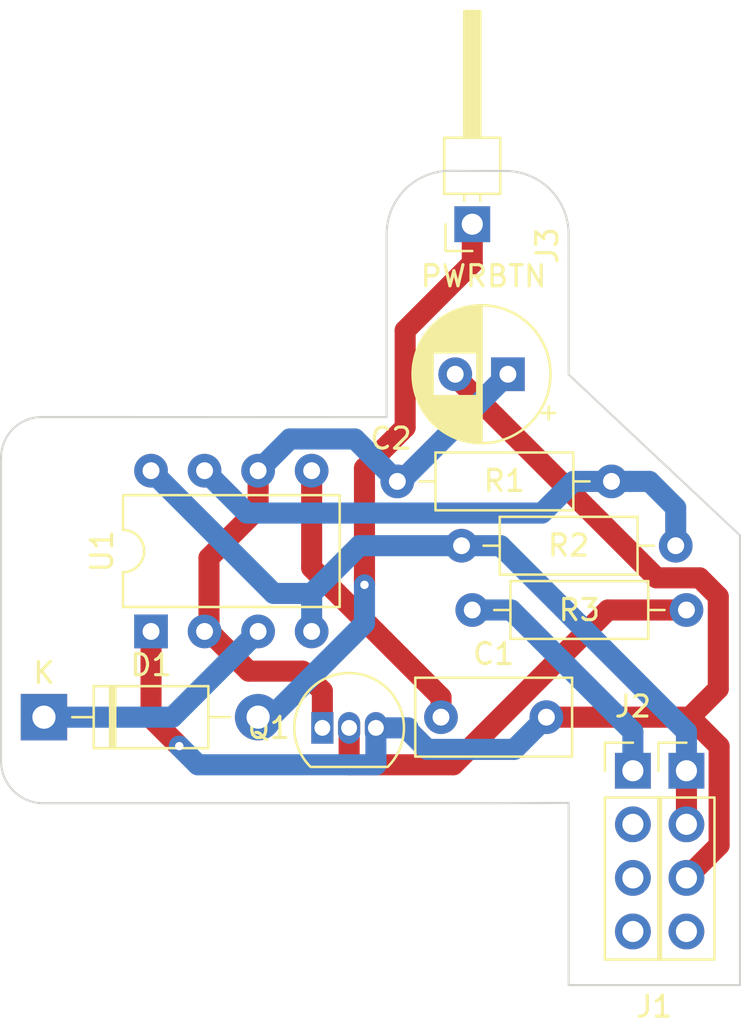
<source format=kicad_pcb>
(kicad_pcb (version 20221018) (generator pcbnew)
  (layers (0 "F.Cu" signal) (31 "B.Cu" signal) (34 "B.Paste" user) (35 "F.Paste" user) (36 "B.SilkS" user "B.Silkscreen") (37 "F.SilkS" user "F.Silkscreen") (38 "B.Mask" user) (39 "F.Mask" user) (44 "Edge.Cuts" user))
  (net 0 "")
  (net 1 "Net-(U1-CV)")
  (net 2 "GND")
  (net 3 "Net-(Q1-C)")
  (net 4 "Net-(D1-K)")
  (net 5 "PWR_BTN")
  (net 6 "5V")
  (net 8 "3V3")
  (net 12 "Net-(Q1-B)")
  (net 13 "Net-(U1-DIS)")
  (footprint "Package_DIP:DIP-8_W7.62mm" (layer "F.Cu") (at 36.068 47.752 90)
    (fp_text reference "U1" (at 3.81 -2.33 90) (layer "F.SilkS"))
    (fp_text value "NE555P")
    (fp_line (start 1.16 -1.33) (end 1.16 8.95) (stroke (width 0.12)) (layer "F.SilkS"))
    (fp_line (start 1.16 8.95) (end 6.46 8.95) (stroke (width 0.12)) (layer "F.SilkS"))
    (fp_line (start 2.81 -1.33) (end 1.16 -1.33) (stroke (width 0.12)) (layer "F.SilkS"))
    (fp_line (start 6.46 -1.33) (end 4.81 -1.33) (stroke (width 0.12)) (layer "F.SilkS"))
    (fp_line (start 6.46 8.95) (end 6.46 -1.33) (stroke (width 0.12)) (layer "F.SilkS"))
    (fp_arc (start 4.81 -1.33) (mid 3.81 -0.33) (end 2.81 -1.33) (stroke (width 0.12)) (layer "F.SilkS"))
    (pad "1" thru_hole rect (at 0 0 90) (size 1.6 1.6) (drill 0.8) (layers "*.Cu" "*.Mask") (net 2 "GND"))
    (pad "2" thru_hole oval (at 0 2.54 90) (size 1.6 1.6) (drill 0.8) (layers "*.Cu" "*.Mask") (net 3 "Net-(Q1-C)"))
    (pad "3" thru_hole oval (at 0 5.08 90) (size 1.6 1.6) (drill 0.8) (layers "*.Cu" "*.Mask") (net 4 "Net-(D1-K)"))
    (pad "4" thru_hole oval (at 0 7.62 90) (size 1.6 1.6) (drill 0.8) (layers "*.Cu" "*.Mask") (net 6 "5V"))
    (pad "5" thru_hole oval (at 7.62 7.62 90) (size 1.6 1.6) (drill 0.8) (layers "*.Cu" "*.Mask") (net 1 "Net-(U1-CV)"))
    (pad "6" thru_hole oval (at 7.62 5.08 90) (size 1.6 1.6) (drill 0.8) (layers "*.Cu" "*.Mask") (net 3 "Net-(Q1-C)"))
    (pad "7" thru_hole oval (at 7.62 2.54 90) (size 1.6 1.6) (drill 0.8) (layers "*.Cu" "*.Mask") (net 13 "Net-(U1-DIS)"))
    (pad "8" thru_hole oval (at 7.62 0 90) (size 1.6 1.6) (drill 0.8) (layers "*.Cu" "*.Mask") (net 6 "5V"))
  )
  (footprint "Connector_PinHeader_2.54mm:PinHeader_1x04_P2.54mm_Vertical" (layer "F.Cu") (at 58.928 54.356)
    (fp_text reference "J2" (at 0 -3.048) (layer "F.SilkS"))
    (fp_text value "Conn_01x04_Pin")
    (fp_line (start -1.33 -1.33) (end 0 -1.33) (stroke (width 0.12)) (layer "F.SilkS"))
    (fp_line (start -1.33 0) (end -1.33 -1.33) (stroke (width 0.12)) (layer "F.SilkS"))
    (fp_line (start -1.33 1.27) (end -1.33 8.95) (stroke (width 0.12)) (layer "F.SilkS"))
    (fp_line (start -1.33 1.27) (end 1.33 1.27) (stroke (width 0.12)) (layer "F.SilkS"))
    (fp_line (start -1.33 8.95) (end 1.33 8.95) (stroke (width 0.12)) (layer "F.SilkS"))
    (fp_line (start 1.33 1.27) (end 1.33 8.95) (stroke (width 0.12)) (layer "F.SilkS"))
    (pad "1" thru_hole rect (at 0 0) (size 1.7 1.7) (drill 1) (layers "*.Cu" "*.Mask") (net 8 "3V3"))
    (pad "2" thru_hole oval (at 0 2.54) (size 1.7 1.7) (drill 1) (layers "*.Cu" "*.Mask"))
    (pad "3" thru_hole oval (at 0 5.08) (size 1.7 1.7) (drill 1) (layers "*.Cu" "*.Mask"))
    (pad "4" thru_hole oval (at 0 7.62) (size 1.7 1.7) (drill 1) (layers "*.Cu" "*.Mask"))
  )
  (footprint "Capacitor_THT:CP_Radial_D6.3mm_P2.50mm" (layer "F.Cu") (at 52.9984 35.56 180)
    (fp_text reference "C2" (at 5.548 -3.048) (layer "F.SilkS"))
    (fp_text value "47u")
    (fp_line (start -2.250241 -1.839) (end -1.620241 -1.839) (stroke (width 0.12)) (layer "F.SilkS"))
    (fp_line (start -1.935241 -2.154) (end -1.935241 -1.524) (stroke (width 0.12)) (layer "F.SilkS"))
    (fp_line (start 1.25 -3.23) (end 1.25 3.23) (stroke (width 0.12)) (layer "F.SilkS"))
    (fp_line (start 1.29 -3.23) (end 1.29 3.23) (stroke (width 0.12)) (layer "F.SilkS"))
    (fp_line (start 1.33 -3.23) (end 1.33 3.23) (stroke (width 0.12)) (layer "F.SilkS"))
    (fp_line (start 1.37 -3.228) (end 1.37 3.228) (stroke (width 0.12)) (layer "F.SilkS"))
    (fp_line (start 1.41 -3.227) (end 1.41 3.227) (stroke (width 0.12)) (layer "F.SilkS"))
    (fp_line (start 1.45 -3.224) (end 1.45 3.224) (stroke (width 0.12)) (layer "F.SilkS"))
    (fp_line (start 1.49 -3.222) (end 1.49 -1.04) (stroke (width 0.12)) (layer "F.SilkS"))
    (fp_line (start 1.49 1.04) (end 1.49 3.222) (stroke (width 0.12)) (layer "F.SilkS"))
    (fp_line (start 1.53 -3.218) (end 1.53 -1.04) (stroke (width 0.12)) (layer "F.SilkS"))
    (fp_line (start 1.53 1.04) (end 1.53 3.218) (stroke (width 0.12)) (layer "F.SilkS"))
    (fp_line (start 1.57 -3.215) (end 1.57 -1.04) (stroke (width 0.12)) (layer "F.SilkS"))
    (fp_line (start 1.57 1.04) (end 1.57 3.215) (stroke (width 0.12)) (layer "F.SilkS"))
    (fp_line (start 1.61 -3.211) (end 1.61 -1.04) (stroke (width 0.12)) (layer "F.SilkS"))
    (fp_line (start 1.61 1.04) (end 1.61 3.211) (stroke (width 0.12)) (layer "F.SilkS"))
    (fp_line (start 1.65 -3.206) (end 1.65 -1.04) (stroke (width 0.12)) (layer "F.SilkS"))
    (fp_line (start 1.65 1.04) (end 1.65 3.206) (stroke (width 0.12)) (layer "F.SilkS"))
    (fp_line (start 1.69 -3.201) (end 1.69 -1.04) (stroke (width 0.12)) (layer "F.SilkS"))
    (fp_line (start 1.69 1.04) (end 1.69 3.201) (stroke (width 0.12)) (layer "F.SilkS"))
    (fp_line (start 1.73 -3.195) (end 1.73 -1.04) (stroke (width 0.12)) (layer "F.SilkS"))
    (fp_line (start 1.73 1.04) (end 1.73 3.195) (stroke (width 0.12)) (layer "F.SilkS"))
    (fp_line (start 1.77 -3.189) (end 1.77 -1.04) (stroke (width 0.12)) (layer "F.SilkS"))
    (fp_line (start 1.77 1.04) (end 1.77 3.189) (stroke (width 0.12)) (layer "F.SilkS"))
    (fp_line (start 1.81 -3.182) (end 1.81 -1.04) (stroke (width 0.12)) (layer "F.SilkS"))
    (fp_line (start 1.81 1.04) (end 1.81 3.182) (stroke (width 0.12)) (layer "F.SilkS"))
    (fp_line (start 1.85 -3.175) (end 1.85 -1.04) (stroke (width 0.12)) (layer "F.SilkS"))
    (fp_line (start 1.85 1.04) (end 1.85 3.175) (stroke (width 0.12)) (layer "F.SilkS"))
    (fp_line (start 1.89 -3.167) (end 1.89 -1.04) (stroke (width 0.12)) (layer "F.SilkS"))
    (fp_line (start 1.89 1.04) (end 1.89 3.167) (stroke (width 0.12)) (layer "F.SilkS"))
    (fp_line (start 1.93 -3.159) (end 1.93 -1.04) (stroke (width 0.12)) (layer "F.SilkS"))
    (fp_line (start 1.93 1.04) (end 1.93 3.159) (stroke (width 0.12)) (layer "F.SilkS"))
    (fp_line (start 1.971 -3.15) (end 1.971 -1.04) (stroke (width 0.12)) (layer "F.SilkS"))
    (fp_line (start 1.971 1.04) (end 1.971 3.15) (stroke (width 0.12)) (layer "F.SilkS"))
    (fp_line (start 2.011 -3.141) (end 2.011 -1.04) (stroke (width 0.12)) (layer "F.SilkS"))
    (fp_line (start 2.011 1.04) (end 2.011 3.141) (stroke (width 0.12)) (layer "F.SilkS"))
    (fp_line (start 2.051 -3.131) (end 2.051 -1.04) (stroke (width 0.12)) (layer "F.SilkS"))
    (fp_line (start 2.051 1.04) (end 2.051 3.131) (stroke (width 0.12)) (layer "F.SilkS"))
    (fp_line (start 2.091 -3.121) (end 2.091 -1.04) (stroke (width 0.12)) (layer "F.SilkS"))
    (fp_line (start 2.091 1.04) (end 2.091 3.121) (stroke (width 0.12)) (layer "F.SilkS"))
    (fp_line (start 2.131 -3.11) (end 2.131 -1.04) (stroke (width 0.12)) (layer "F.SilkS"))
    (fp_line (start 2.131 1.04) (end 2.131 3.11) (stroke (width 0.12)) (layer "F.SilkS"))
    (fp_line (start 2.171 -3.098) (end 2.171 -1.04) (stroke (width 0.12)) (layer "F.SilkS"))
    (fp_line (start 2.171 1.04) (end 2.171 3.098) (stroke (width 0.12)) (layer "F.SilkS"))
    (fp_line (start 2.211 -3.086) (end 2.211 -1.04) (stroke (width 0.12)) (layer "F.SilkS"))
    (fp_line (start 2.211 1.04) (end 2.211 3.086) (stroke (width 0.12)) (layer "F.SilkS"))
    (fp_line (start 2.251 -3.074) (end 2.251 -1.04) (stroke (width 0.12)) (layer "F.SilkS"))
    (fp_line (start 2.251 1.04) (end 2.251 3.074) (stroke (width 0.12)) (layer "F.SilkS"))
    (fp_line (start 2.291 -3.061) (end 2.291 -1.04) (stroke (width 0.12)) (layer "F.SilkS"))
    (fp_line (start 2.291 1.04) (end 2.291 3.061) (stroke (width 0.12)) (layer "F.SilkS"))
    (fp_line (start 2.331 -3.047) (end 2.331 -1.04) (stroke (width 0.12)) (layer "F.SilkS"))
    (fp_line (start 2.331 1.04) (end 2.331 3.047) (stroke (width 0.12)) (layer "F.SilkS"))
    (fp_line (start 2.371 -3.033) (end 2.371 -1.04) (stroke (width 0.12)) (layer "F.SilkS"))
    (fp_line (start 2.371 1.04) (end 2.371 3.033) (stroke (width 0.12)) (layer "F.SilkS"))
    (fp_line (start 2.411 -3.018) (end 2.411 -1.04) (stroke (width 0.12)) (layer "F.SilkS"))
    (fp_line (start 2.411 1.04) (end 2.411 3.018) (stroke (width 0.12)) (layer "F.SilkS"))
    (fp_line (start 2.451 -3.002) (end 2.451 -1.04) (stroke (width 0.12)) (layer "F.SilkS"))
    (fp_line (start 2.451 1.04) (end 2.451 3.002) (stroke (width 0.12)) (layer "F.SilkS"))
    (fp_line (start 2.491 -2.986) (end 2.491 -1.04) (stroke (width 0.12)) (layer "F.SilkS"))
    (fp_line (start 2.491 1.04) (end 2.491 2.986) (stroke (width 0.12)) (layer "F.SilkS"))
    (fp_line (start 2.531 -2.97) (end 2.531 -1.04) (stroke (width 0.12)) (layer "F.SilkS"))
    (fp_line (start 2.531 1.04) (end 2.531 2.97) (stroke (width 0.12)) (layer "F.SilkS"))
    (fp_line (start 2.571 -2.952) (end 2.571 -1.04) (stroke (width 0.12)) (layer "F.SilkS"))
    (fp_line (start 2.571 1.04) (end 2.571 2.952) (stroke (width 0.12)) (layer "F.SilkS"))
    (fp_line (start 2.611 -2.934) (end 2.611 -1.04) (stroke (width 0.12)) (layer "F.SilkS"))
    (fp_line (start 2.611 1.04) (end 2.611 2.934) (stroke (width 0.12)) (layer "F.SilkS"))
    (fp_line (start 2.651 -2.916) (end 2.651 -1.04) (stroke (width 0.12)) (layer "F.SilkS"))
    (fp_line (start 2.651 1.04) (end 2.651 2.916) (stroke (width 0.12)) (layer "F.SilkS"))
    (fp_line (start 2.691 -2.896) (end 2.691 -1.04) (stroke (width 0.12)) (layer "F.SilkS"))
    (fp_line (start 2.691 1.04) (end 2.691 2.896) (stroke (width 0.12)) (layer "F.SilkS"))
    (fp_line (start 2.731 -2.876) (end 2.731 -1.04) (stroke (width 0.12)) (layer "F.SilkS"))
    (fp_line (start 2.731 1.04) (end 2.731 2.876) (stroke (width 0.12)) (layer "F.SilkS"))
    (fp_line (start 2.771 -2.856) (end 2.771 -1.04) (stroke (width 0.12)) (layer "F.SilkS"))
    (fp_line (start 2.771 1.04) (end 2.771 2.856) (stroke (width 0.12)) (layer "F.SilkS"))
    (fp_line (start 2.811 -2.834) (end 2.811 -1.04) (stroke (width 0.12)) (layer "F.SilkS"))
    (fp_line (start 2.811 1.04) (end 2.811 2.834) (stroke (width 0.12)) (layer "F.SilkS"))
    (fp_line (start 2.851 -2.812) (end 2.851 -1.04) (stroke (width 0.12)) (layer "F.SilkS"))
    (fp_line (start 2.851 1.04) (end 2.851 2.812) (stroke (width 0.12)) (layer "F.SilkS"))
    (fp_line (start 2.891 -2.79) (end 2.891 -1.04) (stroke (width 0.12)) (layer "F.SilkS"))
    (fp_line (start 2.891 1.04) (end 2.891 2.79) (stroke (width 0.12)) (layer "F.SilkS"))
    (fp_line (start 2.931 -2.766) (end 2.931 -1.04) (stroke (width 0.12)) (layer "F.SilkS"))
    (fp_line (start 2.931 1.04) (end 2.931 2.766) (stroke (width 0.12)) (layer "F.SilkS"))
    (fp_line (start 2.971 -2.742) (end 2.971 -1.04) (stroke (width 0.12)) (layer "F.SilkS"))
    (fp_line (start 2.971 1.04) (end 2.971 2.742) (stroke (width 0.12)) (layer "F.SilkS"))
    (fp_line (start 3.011 -2.716) (end 3.011 -1.04) (stroke (width 0.12)) (layer "F.SilkS"))
    (fp_line (start 3.011 1.04) (end 3.011 2.716) (stroke (width 0.12)) (layer "F.SilkS"))
    (fp_line (start 3.051 -2.69) (end 3.051 -1.04) (stroke (width 0.12)) (layer "F.SilkS"))
    (fp_line (start 3.051 1.04) (end 3.051 2.69) (stroke (width 0.12)) (layer "F.SilkS"))
    (fp_line (start 3.091 -2.664) (end 3.091 -1.04) (stroke (width 0.12)) (layer "F.SilkS"))
    (fp_line (start 3.091 1.04) (end 3.091 2.664) (stroke (width 0.12)) (layer "F.SilkS"))
    (fp_line (start 3.131 -2.636) (end 3.131 -1.04) (stroke (width 0.12)) (layer "F.SilkS"))
    (fp_line (start 3.131 1.04) (end 3.131 2.636) (stroke (width 0.12)) (layer "F.SilkS"))
    (fp_line (start 3.171 -2.607) (end 3.171 -1.04) (stroke (width 0.12)) (layer "F.SilkS"))
    (fp_line (start 3.171 1.04) (end 3.171 2.607) (stroke (width 0.12)) (layer "F.SilkS"))
    (fp_line (start 3.211 -2.578) (end 3.211 -1.04) (stroke (width 0.12)) (layer "F.SilkS"))
    (fp_line (start 3.211 1.04) (end 3.211 2.578) (stroke (width 0.12)) (layer "F.SilkS"))
    (fp_line (start 3.251 -2.548) (end 3.251 -1.04) (stroke (width 0.12)) (layer "F.SilkS"))
    (fp_line (start 3.251 1.04) (end 3.251 2.548) (stroke (width 0.12)) (layer "F.SilkS"))
    (fp_line (start 3.291 -2.516) (end 3.291 -1.04) (stroke (width 0.12)) (layer "F.SilkS"))
    (fp_line (start 3.291 1.04) (end 3.291 2.516) (stroke (width 0.12)) (layer "F.SilkS"))
    (fp_line (start 3.331 -2.484) (end 3.331 -1.04) (stroke (width 0.12)) (layer "F.SilkS"))
    (fp_line (start 3.331 1.04) (end 3.331 2.484) (stroke (width 0.12)) (layer "F.SilkS"))
    (fp_line (start 3.371 -2.45) (end 3.371 -1.04) (stroke (width 0.12)) (layer "F.SilkS"))
    (fp_line (start 3.371 1.04) (end 3.371 2.45) (stroke (width 0.12)) (layer "F.SilkS"))
    (fp_line (start 3.411 -2.416) (end 3.411 -1.04) (stroke (width 0.12)) (layer "F.SilkS"))
    (fp_line (start 3.411 1.04) (end 3.411 2.416) (stroke (width 0.12)) (layer "F.SilkS"))
    (fp_line (start 3.451 -2.38) (end 3.451 -1.04) (stroke (width 0.12)) (layer "F.SilkS"))
    (fp_line (start 3.451 1.04) (end 3.451 2.38) (stroke (width 0.12)) (layer "F.SilkS"))
    (fp_line (start 3.491 -2.343) (end 3.491 -1.04) (stroke (width 0.12)) (layer "F.SilkS"))
    (fp_line (start 3.491 1.04) (end 3.491 2.343) (stroke (width 0.12)) (layer "F.SilkS"))
    (fp_line (start 3.531 -2.305) (end 3.531 -1.04) (stroke (width 0.12)) (layer "F.SilkS"))
    (fp_line (start 3.531 1.04) (end 3.531 2.305) (stroke (width 0.12)) (layer "F.SilkS"))
    (fp_line (start 3.571 -2.265) (end 3.571 2.265) (stroke (width 0.12)) (layer "F.SilkS"))
    (fp_line (start 3.611 -2.224) (end 3.611 2.224) (stroke (width 0.12)) (layer "F.SilkS"))
    (fp_line (start 3.651 -2.182) (end 3.651 2.182) (stroke (width 0.12)) (layer "F.SilkS"))
    (fp_line (start 3.691 -2.137) (end 3.691 2.137) (stroke (width 0.12)) (layer "F.SilkS"))
    (fp_line (start 3.731 -2.092) (end 3.731 2.092) (stroke (width 0.12)) (layer "F.SilkS"))
    (fp_line (start 3.771 -2.044) (end 3.771 2.044) (stroke (width 0.12)) (layer "F.SilkS"))
    (fp_line (start 3.811 -1.995) (end 3.811 1.995) (stroke (width 0.12)) (layer "F.SilkS"))
    (fp_line (start 3.851 -1.944) (end 3.851 1.944) (stroke (width 0.12)) (layer "F.SilkS"))
    (fp_line (start 3.891 -1.89) (end 3.891 1.89) (stroke (width 0.12)) (layer "F.SilkS"))
    (fp_line (start 3.931 -1.834) (end 3.931 1.834) (stroke (width 0.12)) (layer "F.SilkS"))
    (fp_line (start 3.971 -1.776) (end 3.971 1.776) (stroke (width 0.12)) (layer "F.SilkS"))
    (fp_line (start 4.011 -1.714) (end 4.011 1.714) (stroke (width 0.12)) (layer "F.SilkS"))
    (fp_line (start 4.051 -1.65) (end 4.051 1.65) (stroke (width 0.12)) (layer "F.SilkS"))
    (fp_line (start 4.091 -1.581) (end 4.091 1.581) (stroke (width 0.12)) (layer "F.SilkS"))
    (fp_line (start 4.131 -1.509) (end 4.131 1.509) (stroke (width 0.12)) (layer "F.SilkS"))
    (fp_line (start 4.171 -1.432) (end 4.171 1.432) (stroke (width 0.12)) (layer "F.SilkS"))
    (fp_line (start 4.211 -1.35) (end 4.211 1.35) (stroke (width 0.12)) (layer "F.SilkS"))
    (fp_line (start 4.251 -1.262) (end 4.251 1.262) (stroke (width 0.12)) (layer "F.SilkS"))
    (fp_line (start 4.291 -1.165) (end 4.291 1.165) (stroke (width 0.12)) (layer "F.SilkS"))
    (fp_line (start 4.331 -1.059) (end 4.331 1.059) (stroke (width 0.12)) (layer "F.SilkS"))
    (fp_line (start 4.371 -0.94) (end 4.371 0.94) (stroke (width 0.12)) (layer "F.SilkS"))
    (fp_line (start 4.411 -0.802) (end 4.411 0.802) (stroke (width 0.12)) (layer "F.SilkS"))
    (fp_line (start 4.451 -0.633) (end 4.451 0.633) (stroke (width 0.12)) (layer "F.SilkS"))
    (fp_line (start 4.491 -0.402) (end 4.491 0.402) (stroke (width 0.12)) (layer "F.SilkS"))
    (fp_circle (center 1.25 0) (end 4.52 0) (stroke (width 0.12)) (fill none) (layer "F.SilkS"))
    (pad "1" thru_hole rect (at 0 0 180) (size 1.6 1.6) (drill 0.8) (layers "*.Cu" "*.Mask") (net 3 "Net-(Q1-C)"))
    (pad "2" thru_hole circle (at 2.5 0 180) (size 1.6 1.6) (drill 0.8) (layers "*.Cu" "*.Mask") (net 2 "GND"))
  )
  (footprint "Connector_PinHeader_2.54mm:PinHeader_1x01_P2.54mm_Horizontal" (layer "F.Cu") (at 51.308 28.448 90)
    (fp_text reference "J3" (at -1.016 3.556 90) (layer "F.SilkS"))
    (fp_text value "Conn_01x01_Pin")
    (fp_line (start -1.27 -1.27) (end 0 -1.27) (stroke (width 0.12)) (layer "F.SilkS"))
    (fp_line (start -1.27 0) (end -1.27 -1.27) (stroke (width 0.12)) (layer "F.SilkS"))
    (fp_line (start 1.11 -0.38) (end 1.44 -0.38) (stroke (width 0.12)) (layer "F.SilkS"))
    (fp_line (start 1.11 0.38) (end 1.44 0.38) (stroke (width 0.12)) (layer "F.SilkS"))
    (fp_line (start 1.44 -1.33) (end 1.44 1.33) (stroke (width 0.12)) (layer "F.SilkS"))
    (fp_line (start 1.44 1.33) (end 4.1 1.33) (stroke (width 0.12)) (layer "F.SilkS"))
    (fp_line (start 4.1 -1.33) (end 1.44 -1.33) (stroke (width 0.12)) (layer "F.SilkS"))
    (fp_line (start 4.1 -0.38) (end 10.1 -0.38) (stroke (width 0.12)) (layer "F.SilkS"))
    (fp_line (start 4.1 -0.32) (end 10.1 -0.32) (stroke (width 0.12)) (layer "F.SilkS"))
    (fp_line (start 4.1 -0.2) (end 10.1 -0.2) (stroke (width 0.12)) (layer "F.SilkS"))
    (fp_line (start 4.1 -0.08) (end 10.1 -0.08) (stroke (width 0.12)) (layer "F.SilkS"))
    (fp_line (start 4.1 0.04) (end 10.1 0.04) (stroke (width 0.12)) (layer "F.SilkS"))
    (fp_line (start 4.1 0.16) (end 10.1 0.16) (stroke (width 0.12)) (layer "F.SilkS"))
    (fp_line (start 4.1 0.28) (end 10.1 0.28) (stroke (width 0.12)) (layer "F.SilkS"))
    (fp_line (start 4.1 1.33) (end 4.1 -1.33) (stroke (width 0.12)) (layer "F.SilkS"))
    (fp_line (start 10.1 -0.38) (end 10.1 0.38) (stroke (width 0.12)) (layer "F.SilkS"))
    (fp_line (start 10.1 0.38) (end 4.1 0.38) (stroke (width 0.12)) (layer "F.SilkS"))
    (pad "1" thru_hole rect (at 0 0 90) (size 1.7 1.7) (drill 1) (layers "*.Cu" "*.Mask") (net 5 "PWR_BTN"))
  )
  (footprint "Capacitor_THT:C_Rect_L7.2mm_W3.5mm_P5.00mm_FKS2_FKP2_MKS2_MKP2" (layer "F.Cu") (at 49.824 51.816)
    (fp_text reference "C1" (at 2.5 -3) (layer "F.SilkS"))
    (fp_text value "10nF")
    (fp_line (start -1.22 -1.87) (end -1.22 1.87) (stroke (width 0.12)) (layer "F.SilkS"))
    (fp_line (start -1.22 -1.87) (end 6.22 -1.87) (stroke (width 0.12)) (layer "F.SilkS"))
    (fp_line (start -1.22 1.87) (end 6.22 1.87) (stroke (width 0.12)) (layer "F.SilkS"))
    (fp_line (start 6.22 -1.87) (end 6.22 1.87) (stroke (width 0.12)) (layer "F.SilkS"))
    (pad "1" thru_hole circle (at 0 0) (size 1.6 1.6) (drill 0.8) (layers "*.Cu" "*.Mask") (net 1 "Net-(U1-CV)"))
    (pad "2" thru_hole circle (at 5 0) (size 1.6 1.6) (drill 0.8) (layers "*.Cu" "*.Mask") (net 2 "GND"))
  )
  (footprint "Package_TO_SOT_THT:TO-92_Inline" (layer "F.Cu") (at 44.196 52.324)
    (fp_text reference "Q1" (at -2.54 0) (layer "F.SilkS"))
    (fp_text value "BC547")
    (fp_line (start -0.53 1.85) (end 3.07 1.85) (stroke (width 0.12)) (layer "F.SilkS"))
    (fp_arc (start -0.568478 1.838478) (mid -1.132087 -0.994977) (end 1.27 -2.6) (stroke (width 0.12)) (layer "F.SilkS"))
    (fp_arc (start 1.27 -2.6) (mid 3.672087 -0.994977) (end 3.108478 1.838478) (stroke (width 0.12)) (layer "F.SilkS"))
    (pad "1" thru_hole rect (at 0 0) (size 1.05 1.5) (drill 0.75) (layers "*.Cu" "*.Mask") (net 3 "Net-(Q1-C)"))
    (pad "2" thru_hole oval (at 1.27 0) (size 1.05 1.5) (drill 0.75) (layers "*.Cu" "*.Mask") (net 12 "Net-(Q1-B)"))
    (pad "3" thru_hole oval (at 2.54 0) (size 1.05 1.5) (drill 0.75) (layers "*.Cu" "*.Mask") (net 2 "GND"))
  )
  (footprint "Resistor_THT:R_Axial_DIN0207_L6.3mm_D2.5mm_P10.16mm_Horizontal" (layer "F.Cu") (at 50.8 43.688)
    (fp_text reference "R2" (at 5.08 -0.014) (layer "F.SilkS"))
    (fp_text value "100K")
    (fp_line (start 1.04 0) (end 1.81 0) (stroke (width 0.12)) (layer "F.SilkS"))
    (fp_line (start 1.81 -1.37) (end 1.81 1.37) (stroke (width 0.12)) (layer "F.SilkS"))
    (fp_line (start 1.81 1.37) (end 8.35 1.37) (stroke (width 0.12)) (layer "F.SilkS"))
    (fp_line (start 8.35 -1.37) (end 1.81 -1.37) (stroke (width 0.12)) (layer "F.SilkS"))
    (fp_line (start 8.35 1.37) (end 8.35 -1.37) (stroke (width 0.12)) (layer "F.SilkS"))
    (fp_line (start 9.12 0) (end 8.35 0) (stroke (width 0.12)) (layer "F.SilkS"))
    (pad "1" thru_hole circle (at 0 0) (size 1.6 1.6) (drill 0.8) (layers "*.Cu" "*.Mask") (net 6 "5V"))
    (pad "2" thru_hole oval (at 10.16 0) (size 1.6 1.6) (drill 0.8) (layers "*.Cu" "*.Mask") (net 13 "Net-(U1-DIS)"))
  )
  (footprint "Diode_THT:D_DO-41_SOD81_P10.16mm_Horizontal" (layer "F.Cu") (at 30.988 51.816)
    (fp_text reference "D1" (at 5.08 -2.47) (layer "F.SilkS"))
    (fp_text value "1N4007")
    (fp_text user "K" (at 0 -2.1) (layer "F.SilkS"))
    (fp_line (start 1.34 0) (end 2.36 0) (stroke (width 0.12)) (layer "F.SilkS"))
    (fp_line (start 2.36 -1.47) (end 2.36 1.47) (stroke (width 0.12)) (layer "F.SilkS"))
    (fp_line (start 2.36 1.47) (end 7.8 1.47) (stroke (width 0.12)) (layer "F.SilkS"))
    (fp_line (start 3.14 -1.47) (end 3.14 1.47) (stroke (width 0.12)) (layer "F.SilkS"))
    (fp_line (start 3.26 -1.47) (end 3.26 1.47) (stroke (width 0.12)) (layer "F.SilkS"))
    (fp_line (start 3.38 -1.47) (end 3.38 1.47) (stroke (width 0.12)) (layer "F.SilkS"))
    (fp_line (start 7.8 -1.47) (end 2.36 -1.47) (stroke (width 0.12)) (layer "F.SilkS"))
    (fp_line (start 7.8 1.47) (end 7.8 -1.47) (stroke (width 0.12)) (layer "F.SilkS"))
    (fp_line (start 8.82 0) (end 7.8 0) (stroke (width 0.12)) (layer "F.SilkS"))
    (pad "1" thru_hole rect (at 0 0) (size 2.2 2.2) (drill 1.1) (layers "*.Cu" "*.Mask") (net 4 "Net-(D1-K)"))
    (pad "2" thru_hole oval (at 10.16 0) (size 2.2 2.2) (drill 1.1) (layers "*.Cu" "*.Mask") (net 5 "PWR_BTN"))
  )
  (footprint "Connector_PinHeader_2.54mm:PinHeader_1x04_P2.54mm_Vertical" (layer "F.Cu") (at 61.468 54.356)
    (fp_text reference "J1" (at -1.524 11.176) (layer "F.SilkS"))
    (fp_text value "Conn_01x04_Pin")
    (fp_line (start -1.33 -1.33) (end 0 -1.33) (stroke (width 0.12)) (layer "F.SilkS"))
    (fp_line (start -1.33 0) (end -1.33 -1.33) (stroke (width 0.12)) (layer "F.SilkS"))
    (fp_line (start -1.33 1.27) (end -1.33 8.95) (stroke (width 0.12)) (layer "F.SilkS"))
    (fp_line (start -1.33 1.27) (end 1.33 1.27) (stroke (width 0.12)) (layer "F.SilkS"))
    (fp_line (start -1.33 8.95) (end 1.33 8.95) (stroke (width 0.12)) (layer "F.SilkS"))
    (fp_line (start 1.33 1.27) (end 1.33 8.95) (stroke (width 0.12)) (layer "F.SilkS"))
    (pad "1" thru_hole rect (at 0 0) (size 1.7 1.7) (drill 1) (layers "*.Cu" "*.Mask") (net 6 "5V"))
    (pad "2" thru_hole oval (at 0 2.54) (size 1.7 1.7) (drill 1) (layers "*.Cu" "*.Mask") (net 6 "5V"))
    (pad "3" thru_hole oval (at 0 5.08) (size 1.7 1.7) (drill 1) (layers "*.Cu" "*.Mask") (net 2 "GND"))
    (pad "4" thru_hole oval (at 0 7.62) (size 1.7 1.7) (drill 1) (layers "*.Cu" "*.Mask"))
  )
  (footprint "Resistor_THT:R_Axial_DIN0207_L6.3mm_D2.5mm_P10.16mm_Horizontal" (layer "F.Cu") (at 47.752 40.64)
    (fp_text reference "R1" (at 5.08 -0.028) (layer "F.SilkS"))
    (fp_text value "47K")
    (fp_line (start 1.04 0) (end 1.81 0) (stroke (width 0.12)) (layer "F.SilkS"))
    (fp_line (start 1.81 -1.37) (end 1.81 1.37) (stroke (width 0.12)) (layer "F.SilkS"))
    (fp_line (start 1.81 1.37) (end 8.35 1.37) (stroke (width 0.12)) (layer "F.SilkS"))
    (fp_line (start 8.35 -1.37) (end 1.81 -1.37) (stroke (width 0.12)) (layer "F.SilkS"))
    (fp_line (start 8.35 1.37) (end 8.35 -1.37) (stroke (width 0.12)) (layer "F.SilkS"))
    (fp_line (start 9.12 0) (end 8.35 0) (stroke (width 0.12)) (layer "F.SilkS"))
    (pad "1" thru_hole circle (at 0 0) (size 1.6 1.6) (drill 0.8) (layers "*.Cu" "*.Mask") (net 3 "Net-(Q1-C)"))
    (pad "2" thru_hole oval (at 10.16 0) (size 1.6 1.6) (drill 0.8) (layers "*.Cu" "*.Mask") (net 13 "Net-(U1-DIS)"))
  )
  (footprint "Resistor_THT:R_Axial_DIN0207_L6.3mm_D2.5mm_P10.16mm_Horizontal" (layer "F.Cu") (at 51.308 46.736)
    (fp_text reference "R3" (at 5.08 0) (layer "F.SilkS"))
    (fp_text value "200")
    (fp_line (start 1.04 0) (end 1.81 0) (stroke (width 0.12)) (layer "F.SilkS"))
    (fp_line (start 1.81 -1.37) (end 1.81 1.37) (stroke (width 0.12)) (layer "F.SilkS"))
    (fp_line (start 1.81 1.37) (end 8.35 1.37) (stroke (width 0.12)) (layer "F.SilkS"))
    (fp_line (start 8.35 -1.37) (end 1.81 -1.37) (stroke (width 0.12)) (layer "F.SilkS"))
    (fp_line (start 8.35 1.37) (end 8.35 -1.37) (stroke (width 0.12)) (layer "F.SilkS"))
    (fp_line (start 9.12 0) (end 8.35 0) (stroke (width 0.12)) (layer "F.SilkS"))
    (pad "1" thru_hole circle (at 0 0) (size 1.6 1.6) (drill 0.8) (layers "*.Cu" "*.Mask") (net 8 "3V3"))
    (pad "2" thru_hole oval (at 10.16 0) (size 1.6 1.6) (drill 0.8) (layers "*.Cu" "*.Mask") (net 12 "Net-(Q1-B)"))
  )
  (gr_line (start 52.324 55.8951) (end 30.956 55.8951) (stroke (width 0.1)) (layer "Edge.Cuts"))
  (gr_arc (start 28.956 39.624) (mid 29.478511 38.192174) (end 30.878213 37.588868) (stroke (width 0.1)) (layer "Edge.Cuts"))
  (gr_line (start 47.244 30.9231) (end 47.244 28.917074) (stroke (width 0.1)) (layer "Edge.Cuts"))
  (gr_arc (start 47.244 28.917074) (mid 48.125894 26.79257) (end 50.25306 25.917087) (stroke (width 0.1)) (layer "Edge.Cuts"))
  (gr_line (start 52.244 25.9231) (end 52.88 25.9231) (stroke (width 0.1)) (layer "Edge.Cuts"))
  (gr_line (start 47.244 30.9231) (end 47.244 31.496) (stroke (width 0.1)) (layer "Edge.Cuts"))
  (gr_line (start 55.88 64.516) (end 64.008 64.516) (stroke (width 0.1)) (layer "Edge.Cuts"))
  (gr_arc (start 30.956 55.8951) (mid 29.541786 55.309314) (end 28.956 53.8951) (stroke (width 0.1)) (layer "Edge.Cuts"))
  (gr_line (start 55.88 55.88) (end 55.88 64.516) (stroke (width 0.1)) (layer "Edge.Cuts"))
  (gr_line (start 47.244 31.496) (end 47.244 37.592) (stroke (width 0.1)) (layer "Edge.Cuts"))
  (gr_line (start 50.25306 25.917087) (end 52.244 25.9231) (stroke (width 0.1)) (layer "Edge.Cuts"))
  (gr_line (start 55.88 28.9231) (end 55.88 35.5751) (stroke (width 0.1)) (layer "Edge.Cuts"))
  (gr_line (start 52.324 55.8951) (end 55.88 55.88) (stroke (width 0.1)) (layer "Edge.Cuts"))
  (gr_line (start 47.244 37.592) (end 30.878213 37.588868) (stroke (width 0.1)) (layer "Edge.Cuts"))
  (gr_line (start 64.008 43.1951) (end 64.008 64.516) (stroke (width 0.1)) (layer "Edge.Cuts"))
  (gr_arc (start 52.88 25.9231) (mid 55.00132 26.80178) (end 55.88 28.9231) (stroke (width 0.1)) (layer "Edge.Cuts"))
  (gr_line (start 28.956 53.8951) (end 28.956 39.624) (stroke (width 0.1)) (layer "Edge.Cuts"))
  (gr_line (start 55.88 35.5751) (end 64.008 43.1951) (stroke (width 0.1)) (layer "Edge.Cuts"))
  (gr_text "PWRBTN" (at 48.768 31.496) (layer "F.SilkS") (effects (font (size 1 1)) (justify left bottom)))
  (segment (start 49.824 50.8716) (end 49.824 51.816) (width 1) (layer "F.Cu") (net 1))
  (segment (start 43.688 44.7356) (end 49.824 50.8716) (width 1) (layer "F.Cu") (net 1))
  (segment (start 43.688 40.132) (end 43.688 44.7356) (width 1) (layer "F.Cu") (net 1))
  (segment (start 54.824 51.816) (end 61.6346 51.816) (width 1) (layer "F.Cu") (net 2))
  (segment (start 36.068 47.752) (end 36.068 51.8504) (width 1) (layer "F.Cu") (net 2))
  (segment (start 61.6346 51.816) (end 63.0182 53.1996) (width 1) (layer "F.Cu") (net 2))
  (segment (start 62.9786 46.0983) (end 62.0924 45.2121) (width 1) (layer "F.Cu") (net 2))
  (segment (start 60.0511 45.2121) (end 50.4984 35.6594) (width 1) (layer "F.Cu") (net 2))
  (segment (start 36.068 51.8504) (end 37.4074 53.1898) (width 1) (layer "F.Cu") (net 2))
  (segment (start 62.9786 50.472) (end 62.9786 46.0983) (width 1) (layer "F.Cu") (net 2))
  (segment (start 61.6346 51.816) (end 62.9786 50.472) (width 1) (layer "F.Cu") (net 2))
  (segment (start 63.0182 53.1996) (end 63.0182 57.8858) (width 1) (layer "F.Cu") (net 2))
  (segment (start 63.0182 57.8858) (end 61.468 59.436) (width 1) (layer "F.Cu") (net 2))
  (segment (start 50.4984 35.6594) (end 50.4984 35.56) (width 1) (layer "F.Cu") (net 2))
  (segment (start 62.0924 45.2121) (end 60.0511 45.2121) (width 1) (layer "F.Cu") (net 2))
  (via (at 37.4074 53.1898) (size 0.8) (drill 0.4) (layers "F.Cu" "B.Cu") (net 2))
  (segment (start 53.2969 53.3431) (end 54.824 51.816) (width 1) (layer "B.Cu") (net 2))
  (segment (start 49.173 53.3431) (end 53.2969 53.3431) (width 1) (layer "B.Cu") (net 2))
  (segment (start 46.736 52.324) (end 48.261 52.324) (width 1) (layer "B.Cu") (net 2))
  (segment (start 48.261 52.324) (end 48.261 52.4311) (width 1) (layer "B.Cu") (net 2))
  (segment (start 48.261 52.4311) (end 49.173 53.3431) (width 1) (layer "B.Cu") (net 2))
  (segment (start 46.736 52.324) (end 46.736 54.074) (width 1) (layer "B.Cu") (net 2))
  (segment (start 46.736 54.074) (end 38.2916 54.074) (width 1) (layer "B.Cu") (net 2))
  (segment (start 38.2916 54.074) (end 37.4074 53.1898) (width 1) (layer "B.Cu") (net 2))
  (segment (start 40.6994 49.634) (end 38.8174 47.752) (width 1) (layer "F.Cu") (net 3))
  (segment (start 43.256 49.634) (end 40.6994 49.634) (width 1) (layer "F.Cu") (net 3))
  (segment (start 44.196 50.574) (end 43.256 49.634) (width 1) (layer "F.Cu") (net 3))
  (segment (start 38.8174 47.752) (end 38.608 47.752) (width 1) (layer "F.Cu") (net 3))
  (segment (start 41.148 40.132) (end 41.148 41.932) (width 1) (layer "F.Cu") (net 3))
  (segment (start 38.8174 44.2626) (end 41.148 41.932) (width 1) (layer "F.Cu") (net 3))
  (segment (start 44.196 52.324) (end 44.196 50.574) (width 1) (layer "F.Cu") (net 3))
  (segment (start 38.8174 47.752) (end 38.8174 44.2626) (width 1) (layer "F.Cu") (net 3))
  (segment (start 47.752 40.64) (end 45.7391 38.6271) (width 1) (layer "B.Cu") (net 3))
  (segment (start 45.7391 38.6271) (end 42.6529 38.6271) (width 1) (layer "B.Cu") (net 3))
  (segment (start 47.9184 40.64) (end 47.752 40.64) (width 1) (layer "B.Cu") (net 3))
  (segment (start 52.9984 35.56) (end 47.9184 40.64) (width 1) (layer "B.Cu") (net 3))
  (segment (start 42.6529 38.6271) (end 41.148 40.132) (width 1) (layer "B.Cu") (net 3))
  (segment (start 30.988 51.816) (end 37.084 51.816) (width 1) (layer "B.Cu") (net 4))
  (segment (start 37.084 51.816) (end 41.148 47.752) (width 1) (layer "B.Cu") (net 4))
  (segment (start 51.308 28.448) (end 51.308 30.298) (width 1) (layer "F.Cu") (net 5))
  (segment (start 46.1937 45.5442) (end 46.1937 40.0095) (width 1) (layer "F.Cu") (net 5))
  (segment (start 48.1232 38.08) (end 48.1232 33.4828) (width 1) (layer "F.Cu") (net 5))
  (segment (start 46.1937 40.0095) (end 48.1232 38.08) (width 1) (layer "F.Cu") (net 5))
  (segment (start 48.1232 33.4828) (end 51.308 30.298) (width 1) (layer "F.Cu") (net 5))
  (via (at 46.1937 45.5442) (size 0.8) (drill 0.4) (layers "F.Cu" "B.Cu") (net 5))
  (segment (start 46.1937 47.3714) (end 46.1937 45.5442) (width 1) (layer "B.Cu") (net 5))
  (segment (start 41.148 51.816) (end 41.7491 51.816) (width 1) (layer "B.Cu") (net 5))
  (segment (start 41.7491 51.816) (end 46.1937 47.3714) (width 1) (layer "B.Cu") (net 5))
  (segment (start 61.468 54.356) (end 61.468 56.896) (width 1) (layer "F.Cu") (net 6))
  (segment (start 45.952 43.688) (end 43.688 45.952) (width 1) (layer "B.Cu") (net 6))
  (segment (start 61.468 54.356) (end 61.468 52.506) (width 1) (layer "B.Cu") (net 6))
  (segment (start 52.65 43.688) (end 50.8 43.688) (width 1) (layer "B.Cu") (net 6))
  (segment (start 41.888 45.952) (end 36.068 40.132) (width 1) (layer "B.Cu") (net 6))
  (segment (start 61.468 52.506) (end 52.65 43.688) (width 1) (layer "B.Cu") (net 6))
  (segment (start 50.8 43.688) (end 45.952 43.688) (width 1) (layer "B.Cu") (net 6))
  (segment (start 43.688 45.952) (end 41.888 45.952) (width 1) (layer "B.Cu") (net 6))
  (segment (start 43.688 47.752) (end 43.688 45.952) (width 1) (layer "B.Cu") (net 6))
  (segment (start 58.928 52.506) (end 53.158 46.736) (width 1) (layer "B.Cu") (net 8))
  (segment (start 58.928 54.356) (end 58.928 52.506) (width 1) (layer "B.Cu") (net 8))
  (segment (start 53.158 46.736) (end 51.308 46.736) (width 1) (layer "B.Cu") (net 8))
  (segment (start 45.466 52.324) (end 45.466 54.074) (width 1) (layer "F.Cu") (net 12))
  (segment (start 50.4069 54.074) (end 45.466 54.074) (width 1) (layer "F.Cu") (net 12))
  (segment (start 61.468 46.736) (end 57.7449 46.736) (width 1) (layer "F.Cu") (net 12))
  (segment (start 57.7449 46.736) (end 50.4069 54.074) (width 1) (layer "F.Cu") (net 12))
  (segment (start 60.96 43.688) (end 60.96 41.888) (width 1) (layer "B.Cu") (net 13))
  (segment (start 56.112 40.64) (end 54.6119 42.1401) (width 1) (layer "B.Cu") (net 13))
  (segment (start 40.6161 42.1401) (end 38.608 40.132) (width 1) (layer "B.Cu") (net 13))
  (segment (start 58.812 40.64) (end 57.912 40.64) (width 1) (layer "B.Cu") (net 13))
  (segment (start 59.712 40.64) (end 60.96 41.888) (width 1) (layer "B.Cu") (net 13))
  (segment (start 54.6119 42.1401) (end 40.6161 42.1401) (width 1) (layer "B.Cu") (net 13))
  (segment (start 58.812 40.64) (end 59.712 40.64) (width 1) (layer "B.Cu") (net 13))
  (segment (start 57.912 40.64) (end 56.112 40.64) (width 1) (layer "B.Cu") (net 13))
)
</source>
